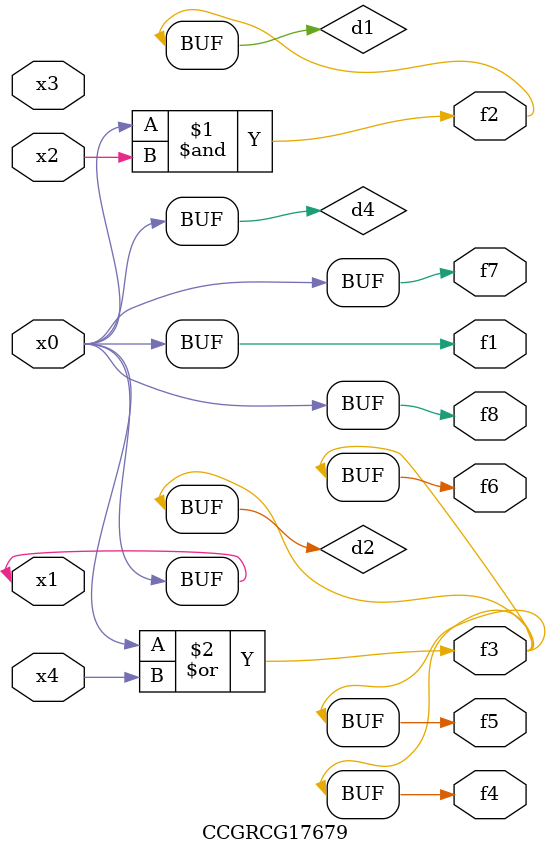
<source format=v>
module CCGRCG17679(
	input x0, x1, x2, x3, x4,
	output f1, f2, f3, f4, f5, f6, f7, f8
);

	wire d1, d2, d3, d4;

	and (d1, x0, x2);
	or (d2, x0, x4);
	nand (d3, x0, x2);
	buf (d4, x0, x1);
	assign f1 = d4;
	assign f2 = d1;
	assign f3 = d2;
	assign f4 = d2;
	assign f5 = d2;
	assign f6 = d2;
	assign f7 = d4;
	assign f8 = d4;
endmodule

</source>
